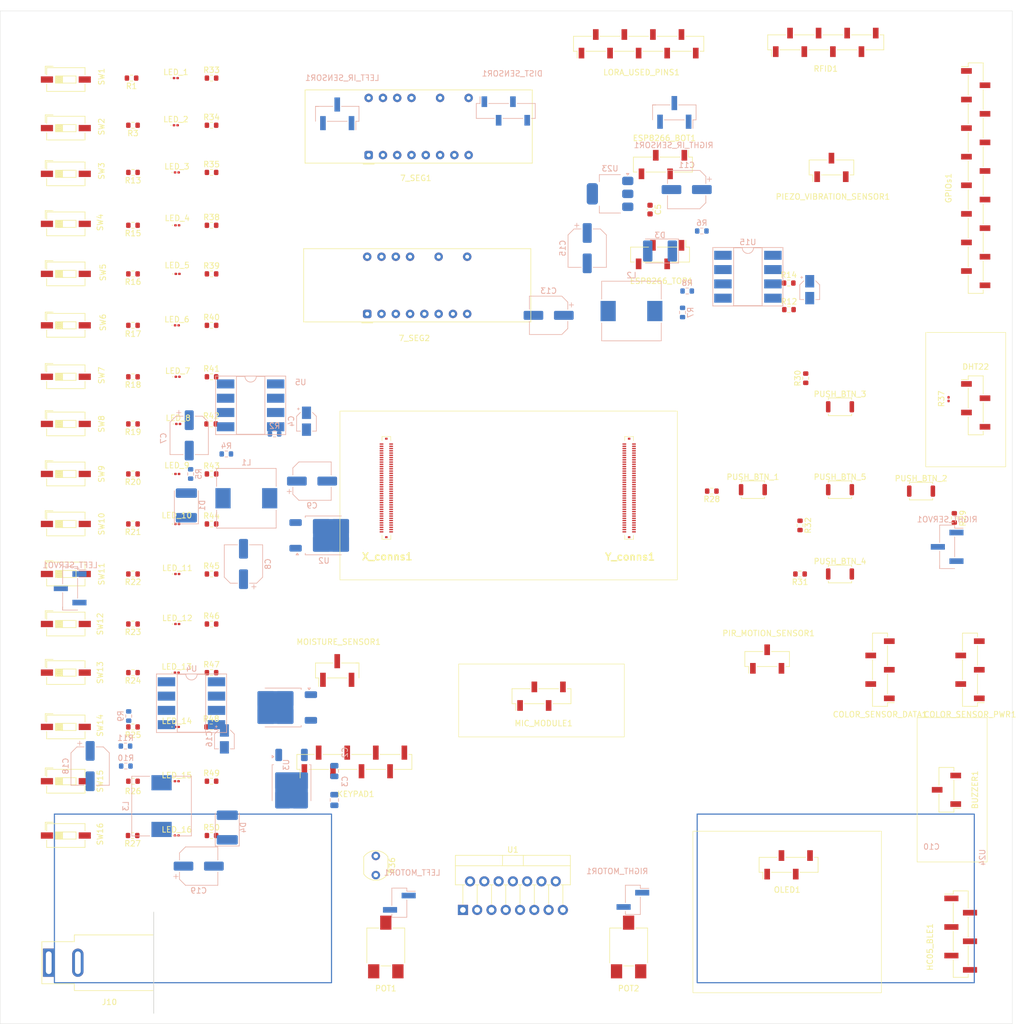
<source format=kicad_pcb>
(kicad_pcb (version 20240108) (generator "pcbnew") (generator_version "8.0")
  (layers (0 "F.Cu" signal) (31 "B.Cu" signal) (34 "B.Paste" user) (35 "F.Paste" user) (36 "B.SilkS" user "B.Silkscreen") (37 "F.SilkS" user "F.Silkscreen") (38 "B.Mask" user) (39 "F.Mask" user) (44 "Edge.Cuts" user))
  (net 0 "")
  (net 2 "5V")
  (net 3 "X13_BLE_TXD")
  (net 4 "Net-(LEFT_MOTOR1-Pin_1)")
  (net 5 "Net-(LEFT_MOTOR1-Pin_2)")
  (net 6 "Net-(RIGHT_MOTOR1-Pin_1)")
  (net 7 "Net-(RIGHT_MOTOR1-Pin_2)")
  (net 8 "X12_BLE_RXD")
  (net 13 "Y38")
  (net 14 "3V3")
  (net 16 "GND")
  (net 22 "X44")
  (net 23 "X46")
  (net 24 "Y40")
  (net 25 "Y36")
  (net 26 "Y42")
  (net 27 "Net-(LED_1-A)")
  (net 30 "Net-(LED_2-A)")
  (net 39 "VDD")
  (net 40 "12V")
  (net 41 "/Power/VIN_IP")
  (net 42 "Net-(U5-TC)")
  (net 43 "Net-(U5-DC)")
  (net 44 "Net-(D1-K)")
  (net 45 "Net-(U15-TC)")
  (net 46 "Net-(U15-DC)")
  (net 47 "Net-(D3-K)")
  (net 48 "1V8")
  (net 49 "Net-(U4-TC)")
  (net 50 "Net-(U4-DC)")
  (net 51 "Net-(D4-K)")
  (net 52 "Net-(U5-SwE)")
  (net 53 "Net-(U15-SwE)")
  (net 54 "Net-(U4-SwE)")
  (net 55 "Net-(U5-Vfb)")
  (net 56 "Net-(U15-Vfb)")
  (net 57 "Net-(U4-Vfb)")
  (net 58 "X28")
  (net 59 "X60")
  (net 60 "X15_WLAN_TXD")
  (net 61 "X29")
  (net 62 "X2")
  (net 64 "Net-(LED_3-A)")
  (net 65 "X77")
  (net 67 "X16")
  (net 68 "X78")
  (net 69 "X65")
  (net 70 "X1")
  (net 71 "X63")
  (net 72 "X14_WLAN_RXD")
  (net 73 "X30")
  (net 75 "Net-(LED_4-A)")
  (net 76 "X52")
  (net 77 "X66")
  (net 78 "X4")
  (net 79 "X75")
  (net 80 "X79")
  (net 81 "X8")
  (net 83 "X27")
  (net 84 "X25")
  (net 85 "X17")
  (net 86 "X67")
  (net 87 "X76")
  (net 88 "X72")
  (net 89 "X6")
  (net 90 "X7")
  (net 92 "X5")
  (net 93 "X37")
  (net 94 "X19")
  (net 95 "X34")
  (net 96 "X33")
  (net 97 "X39")
  (net 98 "X38")
  (net 99 "X71")
  (net 100 "X59")
  (net 101 "X11")
  (net 102 "X61")
  (net 103 "X70")
  (net 104 "X26")
  (net 105 "X68")
  (net 106 "X36")
  (net 107 "X50")
  (net 108 "X18")
  (net 109 "X56")
  (net 111 "X57")
  (net 112 "X3")
  (net 113 "X58")
  (net 114 "X24")
  (net 115 "X40")
  (net 117 "X62")
  (net 118 "X35")
  (net 119 "X10")
  (net 120 "X49")
  (net 121 "X9")
  (net 122 "Net-(LED_5-A)")
  (net 123 "X51")
  (net 124 "X69")
  (net 125 "Y26")
  (net 126 "Net-(LED_6-A)")
  (net 127 "Y50")
  (net 128 "Y15")
  (net 129 "Y73")
  (net 131 "Y32")
  (net 132 "Y13")
  (net 135 "Y6")
  (net 136 "Y65")
  (net 138 "Y30")
  (net 139 "Y16")
  (net 140 "Y8")
  (net 141 "Y51")
  (net 142 "Y21")
  (net 144 "Y27")
  (net 146 "Y74")
  (net 147 "Y3")
  (net 148 "Y29")
  (net 149 "Y10")
  (net 150 "Y75")
  (net 151 "Y48")
  (net 152 "Y28")
  (net 153 "Y79")
  (net 154 "Y77")
  (net 157 "Y63")
  (net 159 "Net-(LED_7-A)")
  (net 160 "Y9")
  (net 161 "Net-(LED_8-A)")
  (net 162 "Y67")
  (net 163 "Net-(LED_9-A)")
  (net 164 "Y11")
  (net 165 "Net-(LED_10-A)")
  (net 166 "Y31")
  (net 167 "Y76")
  (net 169 "Y20")
  (net 170 "Y59")
  (net 171 "Net-(LED_11-A)")
  (net 172 "Y49")
  (net 173 "Net-(LED_12-A)")
  (net 174 "Y5")
  (net 175 "Y46")
  (net 176 "Y12")
  (net 177 "Y4")
  (net 180 "Y17")
  (net 181 "Y60")
  (net 182 "Y52")
  (net 183 "Y2")
  (net 184 "Y54")
  (net 185 "Y62")
  (net 186 "Y7")
  (net 187 "Y25")
  (net 188 "Y78")
  (net 189 "Y61")
  (net 190 "Y19")
  (net 191 "Y18")
  (net 196 "Y1")
  (net 197 "Y14")
  (net 198 "Y22")
  (net 200 "Net-(LED_13-A)")
  (net 201 "Net-(LED_14-A)")
  (net 202 "Net-(LED_15-A)")
  (net 203 "Net-(LED_16-A)")
  (footprint "Resistor_SMD:R_0603_1608Metric" (layer "F.Cu") (at 94.488 124.206)
    (property "Reference" "R46")
    (property "Value" "220R")
  )
  (footprint "Resistor_SMD:R_0603_1608Metric" (layer "F.Cu") (at 94.488 43.942)
    (property "Reference" "R35")
    (property "Value" "220R")
  )
  (footprint "Connector_PinSocket_2.54mm:PinSocket_1x08_P2.54mm_Vertical_SMD_Pin1Left" (layer "F.Cu") (at 203.708 20.828 90)
    (property "Reference" "RFID1")
    (property "Value" "Conn_01x08_Socket")
  )
  (footprint "Connector_PinSocket_2.54mm:PinSocket_1x03_P2.54mm_Vertical_SMD_Pin1Left" (layer "F.Cu") (at 204.724 43.054 90)
    (property "Reference" "PIEZO_VIBRATION_SENSOR1")
    (property "Value" "Conn_01x03_Socket")
  )
  (footprint "LED_SMD:LED_0201_0603Metric" (layer "F.Cu") (at 88.301 152.146)
    (property "Reference" "LED_15")
    (property "Value" "LED")
  )
  (footprint "Button_Switch_SMD:SW_DIP_SPSTx01_Slide_6.7x4.1mm_W6.73mm_P2.54mm_LowProfile_JPin" (layer "F.Cu") (at 68.58 161.798)
    (property "Reference" "SW16")
    (property "Value" "SW_DIP_x01")
  )
  (footprint "Button_Switch_SMD:SW_Push_SPST_NO_Alps_SKRK" (layer "F.Cu") (at 206.248 100.33)
    (property "Reference" "PUSH_BTN_5")
    (property "Value" "SW_Push")
  )
  (footprint "Resistor_SMD:R_0603_1608Metric" (layer "F.Cu") (at 197.167 68.326)
    (property "Reference" "R12")
    (property "Value" "2kR")
  )
  (footprint "LED_SMD:LED_0201_0603Metric" (layer "F.Cu") (at 88.458 61.976)
    (property "Reference" "LED_5")
    (property "Value" "LED")
  )
  (footprint "Button_Switch_SMD:SW_DIP_SPSTx01_Slide_6.7x4.1mm_W6.73mm_P2.54mm_LowProfile_JPin" (layer "F.Cu") (at 68.58 132.842)
    (property "Reference" "SW13")
    (property "Value" "SW_DIP_x01")
  )
  (footprint "Resistor_SMD:R_0603_1608Metric" (layer "F.Cu") (at 80.518 80.264 180)
    (property "Reference" "R18")
    (property "Value" "220R")
  )
  (footprint "Resistor_SMD:R_0603_1608Metric" (layer "F.Cu") (at 80.518 152.146 180)
    (property "Reference" "R26")
    (property "Value" "220R")
  )
  (footprint "Connector_PinSocket_2.54mm:PinSocket_1x04_P2.54mm_Vertical_SMD_Pin1Left" (layer "F.Cu") (at 174.752 42.544 -90)
    (property "Reference" "ESP8266_BOT1")
    (property "Value" "Conn_01x04_Socket")
  )
  (footprint "OptoDevice:R_LDR_5.1x4.3mm_P3.4mm_Vertical" (layer "F.Cu") (at 123.698 165.432 -90)
    (property "Reference" "R36")
    (property "Value" "LDR07")
  )
  (footprint "Connector_PinSocket_2.54mm:PinSocket_1x09_P2.54mm_Vertical_SMD_Pin1Left" (layer "F.Cu") (at 170.434 21.082 90)
    (property "Reference" "LORA_USED_PINS1")
    (property "Value" "Conn_01x09_Socket")
  )
  (footprint "Resistor_SMD:R_0603_1608Metric" (layer "F.Cu") (at 80.518 61.976 180)
    (property "Reference" "R16")
    (property "Value" "220R")
  )
  (footprint "Resistor_SMD:R_0603_1608Metric" (layer "F.Cu") (at 80.518 71.12 180)
    (property "Reference" "R17")
    (property "Value" "220R")
  )
  (footprint "Button_Switch_SMD:SW_DIP_SPSTx01_Slide_6.7x4.1mm_W6.73mm_P2.54mm_LowProfile_JPin" (layer "F.Cu") (at 68.58 71.12)
    (property "Reference" "SW6")
    (property "Value" "SW_DIP_x01")
  )
  (footprint "Resistor_SMD:R_0603_1608Metric" (layer "F.Cu") (at 200.152 80.518 90)
    (property "Reference" "R30")
    (property "Value" "10K")
  )
  (footprint "Button_Switch_SMD:SW_Push_SPST_NO_Alps_SKRK" (layer "F.Cu") (at 206.248 85.598)
    (property "Reference" "PUSH_BTN_3")
    (property "Value" "SW_Push")
  )
  (footprint "LED_SMD:LED_0201_0603Metric" (layer "F.Cu") (at 88.392 124.206)
    (property "Reference" "LED_12")
    (property "Value" "LED")
  )
  (footprint "Connector_PinSocket_2.54mm:PinSocket_1x03_P2.54mm_Vertical_SMD_Pin1Left" (layer "F.Cu") (at 193.294 130.43 90)
    (property "Reference" "PIR_MOTION_SENSOR1")
    (property "Value" "Conn_01x03_Socket")
  )
  (footprint "Button_Switch_SMD:SW_Push_SPST_NO_Alps_SKRK" (layer "F.Cu") (at 206.248 115.316)
    (property "Reference" "PUSH_BTN_4")
    (property "Value" "SW_Push")
  )
  (footprint "Potentiometer_SMD:Potentiometer_ACP_CA6-VSMD_Vertical" (layer "F.Cu") (at 168.656 181.61 90)
    (property "Reference" "POT2")
    (property "Value" "POT_2")
  )
  (footprint "LED_SMD:LED_0201_0603Metric" (layer "F.Cu") (at 88.392 97.536)
    (property "Reference" "LED_9")
    (property "Value" "LED")
  )
  (footprint "Button_Switch_SMD:SW_Push_SPST_NO_Alps_SKRK" (layer "F.Cu") (at 220.658 100.584)
    (property "Reference" "PUSH_BTN_2")
    (property "Value" "SW_Push")
  )
  (footprint "Connector_PinSocket_2.54mm:PinSocket_1x05_P2.54mm_Vertical_SMD_Pin1Left" (layer "F.Cu") (at 213.36 132.334 180)
    (property "Reference" "COLOR_SENSOR_DATA1")
    (property "Value" "Conn_01x05_Socket")
  )
  (footprint "Button_Switch_SMD:SW_DIP_SPSTx01_Slide_6.7x4.1mm_W6.73mm_P2.54mm_LowProfile_JPin" (layer "F.Cu") (at 68.58 36.068)
    (property "Reference" "SW2")
    (property "Value" "SW_DIP_x01")
  )
  (footprint "Resistor_SMD:R_0603_1608Metric" (layer "F.Cu") (at 80.518 115.316 180)
    (property "Reference" "R22")
    (property "Value" "220R")
  )
  (footprint "Resistor_SMD:R_0603_1608Metric" (layer "F.Cu") (at 94.488 61.976)
    (property "Reference" "R39")
    (property "Value" "220R")
  )
  (footprint "Resistor_SMD:R_0603_1608Metric" (layer "F.Cu") (at 199.136 106.68 -90)
    (property "Reference" "R32")
    (property "Value" "10K")
  )
  (footprint "Resistor_SMD:R_0603_1608Metric" (layer "F.Cu") (at 94.488 27.178)
    (property "Reference" "R33")
    (property "Value" "220R")
  )
  (footprint "Resistor_SMD:R_0201_0603Metric" (layer "F.Cu") (at 225.552 84.237 -90)
    (property "Reference" "R37")
    (property "Value" "10K")
  )
  (footprint "Connector_PinSocket_2.54mm:PinSocket_1x03_P2.54mm_Vertical_SMD_Pin1Left" (layer "F.Cu") (at 225.172 153.67 180)
    (property "Reference" "BUZZER1")
    (property "Value" "Conn_01x03_Socket")
  )
  (footprint "Resistor_SMD:R_0603_1608Metric" (layer "F.Cu") (at 94.488 161.798)
    (property "Reference" "R50")
    (property "Value" "220R")
  )
  (footprint "Display_7Segment:LTC-4627Jx" (layer "F.Cu") (at 122.428 40.8615 90)
    (property "Reference" "7_SEG1")
    (property "Value" "LTC-4627JD")
  )
  (footprint "Resistor_SMD:R_0603_1608Metric" (layer "F.Cu") (at 197.124 63.605)
    (property "Reference" "R14")
    (property "Value" "2kR")
  )
  (footprint "Package_TO_SOT_THT:TO-220-15_P2.54x2.54mm_StaggerOdd_Lead4.58mm_Vertical" (layer "F.Cu") (at 139.187 175.023)
    (property "Reference" "U1")
    (property "Value" "L298N")
  )
  (footprint "High_Density_Connectors:5024308030" (layer "F.Cu") (at 125.569 100.022 -90)
    (property "Reference" "X_conns1")
    (property "Value" "~" (hide yes))
  )
  (footprint "Resistor_SMD:R_0603_1608Metric" (layer "F.Cu") (at 199.136 115.316 180)
    (property "Reference" "R31")
    (property "Value" "10K")
  )
  (footprint "Connector_PinHeader_2.54mm:PinHeader_1x03_P2.54mm_Vertical_SMD_Pin1Left" (layer "F.Cu") (at 116.84 132.465 90)
    (property "Reference" "MOISTURE_SENSOR1")
    (property "Value" "Conn_01x03_Pin")
  )
  (footprint "Button_Switch_SMD:SW_DIP_SPSTx01_Slide_6.7x4.1mm_W6.73mm_P2.54mm_LowProfile_JPin" (layer "F.Cu") (at 68.58 61.976)
    (property "Reference" "SW5")
    (property "Value" "SW_DIP_x01")
  )
  (footprint "Button_Switch_SMD:SW_Push_SPST_NO_Alps_SKRK" (layer "F.Cu") (at 190.754 100.33)
    (property "Reference" "PUSH_BTN_1")
    (property "Value" "SW_Push")
  )
  (footprint "Resistor_SMD:R_0603_1608Metric" (layer "F.Cu") (at 94.488 53.34)
    (property "Reference" "R38")
    (property "Value" "220R")
  )
  (footprint "Resistor_SMD:R_0603_1608Metric" (layer "F.Cu") (at 80.518 132.842 180)
    (property "Reference" "R24")
    (property "Value" "220R")
  )
  (footprint "Resistor_SMD:R_0603_1608Metric" (layer "F.Cu") (at 80.518 106.426 180)
    (property "Reference" "R21")
    (property "Value" "220R")
  )
  (footprint "Button_Switch_SMD:SW_DIP_SPSTx01_Slide_6.7x4.1mm_W6.73mm_P2.54mm_LowProfile_JPin" (layer "F.Cu") (at 68.58 152.146)
    (property "Reference" "SW15")
    (property "Value" "SW_DIP_x01")
  )
  (footprint "Resistor_SMD:R_0603_1608Metric" (layer "F.Cu") (at 80.455 161.798 180)
    (property "Reference" "R27")
    (property "Value" "220R")
  )
  (footprint "Capacitor_SMD:C_0603_1608Metric" (layer "F.Cu") (at 172.466 50.546 -90)
    (property "Reference" "C5")
    (property "Value" "100nf")
  )
  (footprint "Resistor_SMD:R_0603_1608Metric" (layer "F.Cu") (at 80.518 97.536 180)
    (property "Reference" "R20")
    (property "Value" "220R")
  )
  (footprint "Resistor_SMD:R_0603_1608Metric" (layer "F.Cu") (at 183.451 100.584 180)
    (property "Reference" "R28")
    (property "Value" "10K")
  )
  (footprint "Button_Switch_SMD:SW_DIP_SPSTx01_Slide_6.7x4.1mm_W6.73mm_P2.54mm_LowProfile_JPin" (layer "F.Cu") (at 68.58 115.316)
    (property "Reference" "SW11")
    (property "Value" "SW_DIP_x01")
  )
  (footprint "LED_SMD:LED_0201_0603Metric" (layer "F.Cu") (at 88.326 71.12)
    (property "Reference" "LED_6")
    (property "Value" "LED")
  )
  (footprint "Button_Switch_SMD:SW_DIP_SPSTx01_Slide_6.7x4.1mm_W6.73mm_P2.54mm_LowProfile_JPin" (layer "F.Cu") (at 68.58 53.086)
    (property "Reference" "SW4")
    (property "Value" "SW_DIP_x01")
  )
  (footprint "Connector_PinSocket_2.54mm:PinSocket_1x04_P2.54mm_Vertical_SMD_Pin1Left" (layer "F.Cu") (at 230.378 85.344)
    (property "Reference" "DHT22")
    (property "Value" "Conn_01x04_Socket")
  )
  (footprint "Connector_BarrelJack:BarrelJack_SwitchcraftConxall_RAPC10U_Horizontal" (layer "F.Cu") (at 65.538 184.404 180)
    (property "Reference" "J10")
    (property "Value" "Jack-DC")
    (fp_line (start -18.67 -9) (end -18.67 9) (stroke (width 0.12)) (layer "Edge.Cuts"))
  )
  (footprint "Resistor_SMD:R_0603_1608Metric" (layer "F.Cu") (at 94.425 88.646)
    (property "Reference" "R42")
    (property "Value" "220R")
  )
  (footprint "Resistor_SMD:R_0603_1608Metric" (layer "F.Cu") (at 226.568 105.347 -90)
    (property "Reference" "R29")
    (property "Value" "10K")
  )
  (footprint "LED_SMD:LED_0201_0603Metric" (layer "F.Cu") (at 88.326 43.942)
    (property "Reference" "LED_3")
    (property "Value" "LED")
  )
  (footprint "Button_Switch_SMD:SW_DIP_SPSTx01_Slide_6.7x4.1mm_W6.73mm_P2.54mm_LowProfile_JPin" (layer "F.Cu") (at 68.58 44.196)
    (property "Reference" "SW3")
    (property "Value" "SW_DIP_x01")
  )
  (footprint "Resistor_SMD:R_0603_1608Metric" (layer "F.Cu") (at 80.518 142.494 180)
    (property "Reference" "R25")
    (property "Value" "220R")
  )
  (footprint "Resistor_SMD:R_0603_1608Metric" (layer "F.Cu") (at 94.488 106.426)
    (property "Reference" "R44")
    (property "Value" "220R")
  )
  (footprint "LED_SMD:LED_0201_0603Metric" (layer "F.Cu") (at 88.138 27.178)
    (property "Reference" "LED_1")
    (property "Value" "LED")
  )
  (footprint "Button_Switch_SMD:SW_DIP_SPSTx01_Slide_6.7x4.1mm_W6.73mm_P2.54mm_LowProfile_JPin" (layer "F.Cu") (at 68.58 97.536)
    (property "Reference" "SW9")
    (property "Value" "SW_DIP_x01")
  )
  (footprint "Button_Switch_SMD:SW_DIP_SPSTx01_Slide_6.7x4.1mm_W6.73mm_P2.54mm_LowProfile_JPin" (layer "F.Cu") (at 68.58 106.426)
    (property "Reference" "SW10")
    (property "Value" "SW_DIP_x01")
  )
  (footprint "LED_SMD:LED_0201_0603Metric" (layer "F.Cu") (at 88.301 132.842)
    (property "Reference" "LED_13")
    (property "Value" "LED")
  )
  (footprint "Resistor_SMD:R_0603_1608Metric" (layer "F.Cu") (at 80.518 53.34 180)
    (property "Reference" "R15")
    (property "Value" "220R")
  )
  (footprint "Connector_PinSocket_2.54mm:PinSocket_1x04_P2.54mm_Vertical_SMD_Pin1Left" (layer "F.Cu") (at 153.162 137.034 90)
    (property "Reference" "MIC_MODULE1")
    (property "Value" "Conn_01x04_Socket")
  )
  (footprint "Connector_PinSocket_2.54mm:PinSocket_1x04_P2.54mm_Vertical_SMD_Pin1Left" (layer "F.Cu") (at 174.244 58.546 -90)
    (property "Reference" "ESP8266_TOP1")
    (property "Value" "Conn_01x04_Socket")
  )
  (footprint "Resistor_SMD:R_0603_1608Metric" (layer "F.Cu") (at 80.518 35.56 180)
    (property "Reference" "R3")
    (property "Value" "220R")
  )
  (footprint "Resistor_SMD:R_0603_1608Metric" (layer "F.Cu") (at 80.518 88.646 180)
    (property "Reference" "R19")
    (property "Value" "220R")
  )
  (footprint "Resistor_SMD:R_0603_1608Metric" (layer "F.Cu") (at 94.488 71.12)
    (property "Reference" "R40")
    (property "Value" "220R")
  )
  (footprint "Connector_PinSocket_2.54mm:PinSocket_1x04_P2.54mm_Vertical_SMD_Pin1Left" (layer "F.Cu") (at 197.104 167.006 90)
    (property "Reference" "OLED1")
    (property "Value" "Conn_01x04_Socket")
  )
  (footprint "Resistor_SMD:R_0603_1608Metric" (layer "F.Cu") (at 94.488 97.536)
    (property "Reference" "R43")
    (property "Value" "220R")
  )
  (footprint "LED_SMD:LED_0201_0603Metric" (layer "F.Cu") (at 88.301 161.798)
    (property "Reference" "LED_16")
    (property "Value" "LED")
  )
  (footprint "Resistor_SMD:R_0603_1608Metric" (layer "F.Cu") (at 94.488 152.146)
    (property "Reference" "R49")
    (property "Value" "220R")
  )
  (footprint "Resistor_SMD:R_0603_1608Metric" (layer "F.Cu") (at 94.488 80.264)
    (property "Reference" "R41")
    (property "Value" "220R")
  )
  (footprint "Potentiometer_SMD:Potentiometer_ACP_CA6-VSMD_Vertical" (layer "F.Cu") (at 125.476 181.61 90)
    (property "Reference" "POT1")
    (property "Value" "POT_1")
  )
  (footprint "Resistor_SMD:R_0603_1608Metric" (layer "F.Cu") (at 80.264 27.178 180)
    (property "Reference" "R1")
    (property "Value" "220R")
  )
  (footprint "Resistor_SMD:R_0603_1608Metric" (layer "F.Cu") (at 80.518 43.942 180)
    (property "Reference" "R13")
    (property "Value" "220R")
  )
  (footprint "Resistor_SMD:R_0603_1608Metric" (layer "F.Cu") (at 94.488 132.842)
    (property "Reference" "R47")
    (property "Value" "220R")
  )
  (footprint "Connector_PinSocket_2.54mm:PinSocket_1x05_P2.54mm_Vertical_SMD_Pin1Left" (layer "F.Cu") (at 229.362 132.334 180)
    (property "Reference" "COLOR_SENSOR_PWR1")
    (property "Value" "Conn_01x05_Socket")
  )
  (footprint "Resistor_SMD:R_0603_1608Metric" (layer "F.Cu") (at 80.518 124.206 180)
    (property "Reference" "R23")
    (property "Value" "220R")
  )
  (footprint "Connector_PinHeader_2.54mm:PinHeader_1x06_P2.54mm_Vertical_SMD_Pin1Left" (layer "F.Cu") (at 227.707 179.324)
    (property "Reference" "HC05_BLE1")
    (property "Value" "Conn_01x06_Socket")
  )
  (footprint "Display_7Segment:LTC-4627Jx" (layer "F.Cu") (at 122.174 69.088 90)
    (property "Reference" "7_SEG2")
    (property "Value" "LTC-4627JD")
  )
  (footprint "Button_Switch_SMD:SW_DIP_SPSTx01_Slide_6.7x4.1mm_W6.73mm_P2.54mm_LowProfile_JPin" (layer "F.Cu") (at 68.58 88.646)
    (property "Reference" "SW8")
    (property "Value" "SW_DIP_x01")
  )
  (footprint "Connector_PinHeader_2.54mm:PinHeader_1x08_P2.54mm_Vertical_SMD_Pin1Left" (layer "F.Cu") (at 119.888 148.721 90)
    (property "Reference" "KEYPAD1")
    (property "Value" "Conn_01x08_Pin")
  )
  (footprint "LED_SMD:LED_0201_0603Metric" (layer "F.Cu") (at 88.392 115.316)
    (property "Reference" "LED_11")
    (property "Value" "LED")
  )
  (footprint "Resistor_SMD:R_0603_1608Metric" (layer "F.Cu") (at 94.488 35.56)
    (property "Reference" "R34")
    (property "Value" "220R")
  )
  (footprint "LED_SMD:LED_0201_0603Metric" (layer "F.Cu") (at 88.138 35.56)
    (property "Reference" "LED_2")
    (property "Value" "LED")
  )
  (footprint "LED_SMD:LED_0201_0603Metric" (layer "F.Cu") (at 88.464 80.264)
    (property "Reference" "LED_7")
    (property "Value" "LED")
  )
  (footprint "LED_SMD:LED_0201_0603Metric" (layer "F.Cu") (at 88.392 106.426)
    (property "Reference" "LED_10")
    (property "Value" "LED")
  )
  (footprint "High_Density_Connectors:5024308030" (layer "F.Cu") (at 168.749 100.022 90)
    (property "Reference" "Y_conns1")
    (property "Value" "~" (hide yes))
  )
  (footprint "Button_Switch_SMD:SW_DIP_SPSTx01_Slide_6.7x4.1mm_W6.73mm_P2.54mm_LowProfile_JPin" (layer "F.Cu") (at 68.58 124.206)
    (property "Reference" "SW12")
    (property "Value" "SW_DIP_x01")
  )
  (footprint "Button_Switch_SMD:SW_DIP_SPSTx01_Slide_6.7x4.1mm_W6.73mm_P2.54mm_LowProfile_JPin" (layer "F.Cu") (at 68.58 27.432)
    (property "Reference" "SW1")
    (property "Value" "SW_DIP_x01")
  )
  (footprint "Button_Switch_SMD:SW_DIP_SPSTx01_Slide_6.7x4.1mm_W6.73mm_P2.54mm_LowProfile_JPin" (layer "F.Cu") (at 68.58 80.264)
    (property "Reference" "SW7")
    (property "Value" "SW_DIP_x01")
  )
  (footprint "LED_SMD:LED_0201_0603Metric" (layer "F.Cu") (at 88.392 53.34)
    (property "Reference" "LED_4")
    (property "Value" "LED")
  )
  (footprint "Resistor_SMD:R_0603_1608Metric" (layer "F.Cu") (at 94.488 115.316)
    (property "Reference" "R45")
    (property "Value" "220R")
  )
  (footprint "LED_SMD:LED_0201_0603Metric" (layer "F.Cu") (at 88.555 88.646)
    (property "Reference" "LED_8")
    (property "Value" "LED")
  )
  (footprint "Resistor_SMD:R_0603_1608Metric" (layer "F.Cu") (at 94.425 142.494)
    (property "Reference" "R48")
    (property "Value" "220R")
  )
  (footprint "LED_SMD:LED_0201_0603Metric" (layer "F.Cu") (at 88.326 142.494)
    (property "Reference" "LED_14")
    (property "Value" "LED")
  )
  (footprint "Connector_PinSocket_2.54mm:PinSocket_1x16_P2.54mm_Vertical_SMD_Pin1Left" (layer "F.Cu") (at 230.378 44.958)
    (property "Reference" "GPIOs1")
    (property "Value" "Conn_01x16_Socket")
  )
  (footprint "Button_Switch_SMD:SW_DIP_SPSTx01_Slide_6.7x4.1mm_W6.73mm_P2.54mm_LowProfile_JPin" (layer "F.Cu") (at 68.58 142.494)
    (property "Reference" "SW14")
    (property "Value" "SW_DIP_x01")
  )
  (footprint "Capacitor_SMD:CP_Elec_3x5.3" (layer "B.Cu") (at 200.86 64.784 -90)
    (property "Reference" "C10")
    (property "Value" "470pF")
  )
  (footprint "Connector_PinHeader_2.54mm:PinHeader_1x03_P2.54mm_Vertical_SMD_Pin1Left" (layer "B.Cu") (at 116.84 33.528 90)
    (property "Reference" "LEFT_IR_SENSOR1")
    (property "Value" "Conn_01x03_Pin")
  )
  (footprint "Resistor_SMD:R_0603_1608Metric" (layer "B.Cu") (at 181.673 54.356 180)
    (property "Reference" "R6")
    (property "Value" "26R")
  )
  (footprint "Diode_SMD:D_2114_3652Metric" (layer "B.Cu") (at 97.283 160.377 90)
    (property "Reference" "D4")
    (property "Value" "1N5819")
  )
  (footprint "Capacitor_SMD:CP_Elec_6.3x7.7" (layer "B.Cu") (at 161.29 57.404 -90)
    (property "Reference" "C15")
    (property "Value" "220uF")
  )
  (footprint "Resistor_SMD:R_0603_1608Metric" (layer "B.Cu") (at 179.07 65.024 180)
    (property "Reference" "R8")
    (property "Value" "2K")
  )
  (footprint "Package_TO_SOT_SMD:SOT-223-3_TabPin2" (layer "B.Cu") (at 165.354 47.752 180)
    (property "Reference" "U23")
    (property "Value" "AMS1117-1.8")
  )
  (footprint "Connector_PinHeader_2.54mm:PinHeader_1x03_P2.54mm_Vertical_SMD_Pin1Left" (layer "B.Cu") (at 69.342 117.856 180)
    (property "Reference" "LEFT_SERVO1")
    (property "Value" "Servo")
  )
  (footprint "Inductor_SMD:L_10.4x10.4_H4.8" (layer "B.Cu") (at 100.678 101.854 180)
    (property "Reference" "L1")
    (property "Value" "L")
  )
  (footprint "Capacitor_SMD:CP_Elec_6.3x7.7" (layer "B.Cu") (at 92.203 167.235)
    (property "Reference" "C19")
    (property "Value" "470uF")
  )
  (footprint "Capacitor_SMD:CP_Elec_6.3x7.7" (layer "B.Cu") (at 90.518 90.678 -90)
    (property "Reference" "C7")
    (property "Value" "100uF")
  )
  (footprint "Resistor_SMD:R_0603_1608Metric" (layer "B.Cu") (at 97.122 93.98 180)
    (property "Reference" "R4")
    (property "Value" "6.2K")
  )
  (footprint "Capacitor_SMD:CP_Elec_6.3x7.7" (layer "B.Cu") (at 178.976 46.99 180)
    (property "Reference" "C11")
    (property "Value" "100uF")
  )
  (footprint "Capacitor_SMD:CP_Elec_3x5.3" (layer "B.Cu") (at 96.775 144.629 -90)
    (property "Reference" "C16")
    (property "Value" "470pF")
  )
  (footprint "Connector_PinSocket_2.54mm:PinSocket_1x04_P2.54mm_Vertical_SMD_Pin1Left" (layer "B.Cu") (at 146.812 33.02 -90)
    (property "Reference" "DIST_SENSOR1")
    (property "Value" "Conn_01x04_Socket")
  )
  (footprint "Capacitor_SMD:CP_Elec_6.3x7.7" (layer "B.Cu") (at 72.899 149.455 -90)
    (property "Reference" "C18")
    (property "Value" "100uF")
  )
  (footprint "Resistor_SMD:R_0603_1608Metric" (layer "B.Cu") (at 79.186 145.899 180)
    (property "Reference" "R11")
    (property "Value" "2K")
  )
  (footprint "Resistor_SMD:R_0603_1608Metric" (layer "B.Cu") (at 90.772 97.536 90)
    (property "Reference" "R5")
    (property "Value" "2K")
  )
  (footprint "Package_DIP:DIP-8_W8.89mm_SMDSocket_LongPads" (layer "B.Cu") (at 189.865 62.484 180)
    (property "Reference" "U15")
    (property "Value" "MC34063AP")
  )
  (footprint "Connector_PinHeader_2.54mm:PinHeader_1x02_P2.54mm_Vertical_SMD_Pin1Left" (layer "B.Cu") (at 169.418 173.228 180)
    (property "Reference" "RIGHT_MOTOR1")
    (property "Value" "Conn_01x02_Pin")
  )
  (footprint "Capacitor_SMD:CP_Elec_6.3x7.7" (layer "B.Cu") (at 154.432 69.342 180)
    (property "Reference" "C13")
    (property "Value" "470uF")
  )
  (footprint "Connector_PinHeader_2.54mm:PinHeader_1x02_P2.54mm_Vertical_SMD_Pin1Left" (layer "B.Cu") (at 127.885 173.736 180)
    (property "Reference" "LEFT_MOTOR1")
    (property "Value" "Conn_01x02_Pin")
  )
  (footprint "Resistor_SMD:R_0603_1608Metric" (layer "B.Cu") (at 178.245 68.834 90)
    (property "Reference" "R7")
    (property "Value" "6.2K")
  )
  (footprint "Connector_PinHeader_2.54mm:PinHeader_1x03_P2.54mm_Vertical_SMD_Pin1Left" (layer "B.Cu") (at 176.784 33.274 90)
    (property "Reference" "RIGHT_IR_SENSOR1")
    (property "Value" "Conn_01x03_Pin")
  )
  (footprint "Resistor_SMD:R_0603_1608Metric" (layer "B.Cu") (at 79.249 149.455 180)
    (property "Reference" "R10")
    (property "Value" "6.2K")
  )
  (footprint "Package_TO_SOT_SMD:TO-252-2" (layer "B.Cu") (at 107.111 139.0435 180)
    (property "Reference" "U24")
    (property "Value" "L7805")
  )
  (footprint "Capacitor_SMD:CP_Elec_3x5.3" (layer "B.Cu") (at 111.37 88.162 -90)
    (property "Reference" "C4")
    (property "Value" "470pF")
  )
  (footprint "Resistor_SMD:R_0603_1608Metric" (layer "B.Cu") (at 105.695 90.424 180)
    (property "Reference" "R2")
    (property "Value" "26R")
  )
  (footprint "Package_DIP:DIP-8_W8.89mm_SMDSocket_LongPads" (layer "B.Cu") (at 90.923 138.289 180)
    (property "Reference" "U4")
    (property "Value" "MC34063AP")
  )
  (footprint "Capacitor_SMD:C_0805_2012Metric" (layer "B.Cu") (at 116.3305 150.337 -90)
    (property "Reference" "C2")
    (property "Value" ".33uF")
  )
  (footprint "Inductor_SMD:L_10.4x10.4_H4.8" (layer "B.Cu") (at 169.164 68.58 180)
    (property "Reference" "L2")
    (property "Value" "L")
  )
  (footprint "Resistor_SMD:R_0603_1608Metric" (layer "B.Cu") (at 79.757 140.565 -90)
    (property "Reference" "R9")
    (property "Value" "26R")
  )
  (footprint "Connector_PinHeader_2.54mm:PinHeader_1x03_P2.54mm_Vertical_SMD_Pin1Left" (layer "B.Cu") (at 225.298 110.49 180)
    (property "Reference" "RIGHT_SERVO1")
    (property "Value" "Servo")
  )
  (footprint "Capacitor_SMD:CP_Elec_6.3x7.7" (layer "B.Cu") (at 100.17 113.538 90)
    (property "Reference" "C8")
    (property "Value" "470uF")
  )
  (footprint "Package_TO_SOT_SMD:TO-252-2" (layer "B.Cu") (at 108.713 152.513 -90)
    (property "Reference" "U3")
    (property "Value" "L7812")
  )
  (footprint "Capacitor_SMD:CP_Elec_6.3x7.7" (layer "B.Cu") (at 112.362 98.806)
    (property "Reference" "C9")
    (property "Value" "220uF")
  )
  (footprint "Diode_SMD:D_2114_3652Metric" (layer "B.Cu") (at 174.244 57.912 180)
    (property "Reference" "D3")
    (property "Value" "1N5819")
  )
  (footprint "Package_DIP:DIP-8_W8.89mm_SMDSocket_LongPads" (layer "B.Cu") (at 101.44 85.344 180)
    (property "Reference" "U5")
    (property "Value" "MC34063AP")
  )
  (footprint "Package_TO_SOT_SMD:TO-252-2" (layer "B.Cu") (at 114.472 108.4555)
    (property "Reference" "U2")
    (property "Value" "LF33_TO252")
  )
  (footprint "Diode_SMD:D_2114_3652Metric" (layer "B.Cu") (at 90.01 103.124 90)
    (property "Reference" "D1")
    (property "Value" "1N5819")
  )
  (footprint "Inductor_SMD:L_10.4x10.4_H4.8" (layer "B.Cu") (at 85.599 156.567 -90)
    (property "Reference" "L3")
    (property "Value" "88uH")
  )
  (footprint "Capacitor_SMD:C_0805_2012Metric" (layer "B.Cu") (at 116.3305 155.483 -90)
    (property "Reference" "C3")
    (property "Value" "0.1uF")
  )
  (gr_rect (start 180.848 157.988) (end 230.124 187.96) (stroke (width 0.2)) (fill none) (layer "B.Cu") (net 16))
  (gr_rect (start 66.548 157.988) (end 115.824 187.96) (stroke (width 0.2)) (fill none) (layer "B.Cu") (net 16))
  (gr_rect (start 221.488 72.39) (end 235.712 96.266) (stroke (width 0.1)) (fill none) (layer "F.SilkS"))
  (gr_rect (start 138.43 131.318) (end 167.894 144.272) (stroke (width 0.1)) (fill none) (layer "F.SilkS"))
  (gr_rect (start 219.964 140.843) (end 232.41 166.497) (stroke (width 0.1)) (fill none) (layer "F.SilkS"))
  (gr_rect (start 117.32 86.36) (end 177.32 116.36) (stroke (width 0.1)) (fill none) (layer "F.SilkS"))
  (gr_rect (start 180.086 161.036) (end 213.614 189.738) (stroke (width 0.1)) (fill none) (layer "F.SilkS"))
  (gr_rect (start 56.896 15.24) (end 236.896 195.24) (stroke (width 0.05)) (fill none) (layer "Edge.Cuts"))
)
</source>
